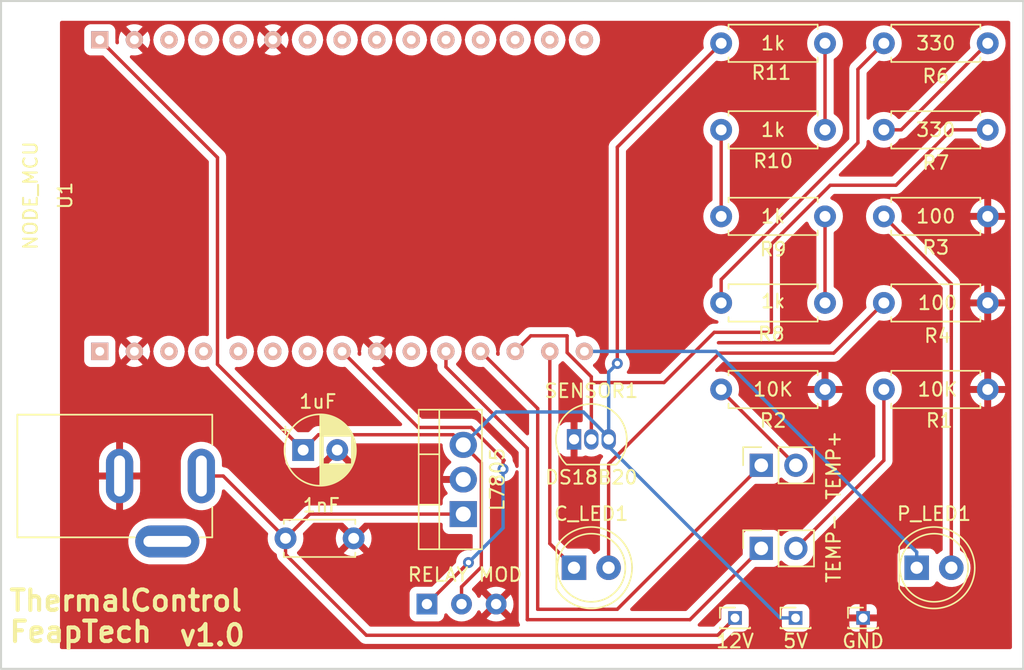
<source format=kicad_pcb>
(kicad_pcb (version 20211014) (generator pcbnew)
  (layers (0 "F.Cu" signal) (31 "B.Cu" signal) (34 "B.Paste" user) (35 "F.Paste" user) (36 "B.SilkS" user "B.Silkscreen") (37 "F.SilkS" user "F.Silkscreen") (38 "B.Mask" user) (39 "F.Mask" user) (44 "Edge.Cuts" user))
  (net 0 "")
  (net 21 "Net-(BTN1-Pad1)")
  (net 22 "Net-(BTN1-Pad2)")
  (net 23 "Net-(BTN2-Pad1)")
  (net 24 "Net-(BTN2-Pad2)")
  (net 25 "Net-(C1-Pad1)")
  (net 26 "GND")
  (net 27 "Net-(C2-Pad1)")
  (net 28 "Net-(C_LED1-Pad1)")
  (net 29 "Net-(C_LED1-Pad2)")
  (net 30 "Net-(P_LED1-Pad2)")
  (net 31 "Net-(R6-Pad1)")
  (net 32 "Net-(R6-Pad2)")
  (net 33 "Net-(P_LED1-Pad1)")
  (net 34 "Net-(R7-Pad2)")
  (net 35 "Net-(R8-Pad2)")
  (net 36 "Net-(R10-Pad1)")
  (net 37 "Net-(U1-Pad23)")
  (net 38 "Net-(R10-Pad2)")
  (footprint "Resistor_THT:R_Axial_DIN0207_L6.3mm_D2.5mm_P7.62mm_Horizontal" (layer "F.Cu") (at 108.839 52.451)
    (fp_text reference "R10" (at 3.81 2.286) (layer "F.SilkS"))
    (fp_text value "1k" (at 3.81 0) (layer "F.SilkS"))
    (fp_line (start 0.54 1.04) (end 0.54 1.37) (layer "F.SilkS") (width 0.12))
    (fp_line (start 7.08 -1.37) (end 7.08 -1.04) (layer "F.SilkS") (width 0.12))
    (fp_line (start 0.54 -1.04) (end 0.54 -1.37) (layer "F.SilkS") (width 0.12))
    (fp_line (start 0.54 1.37) (end 7.08 1.37) (layer "F.SilkS") (width 0.12))
    (fp_line (start 7.08 1.37) (end 7.08 1.04) (layer "F.SilkS") (width 0.12))
    (fp_line (start 0.54 -1.37) (end 7.08 -1.37) (layer "F.SilkS") (width 0.12))
    (pad "1" thru_hole circle (at 0 0) (size 1.6 1.6) (drill 0.8) (layers *.Cu *.Mask) (net 36 "Net-(R10-Pad1)"))
    (pad "2" thru_hole oval (at 7.62 0) (size 1.6 1.6) (drill 0.8) (layers *.Cu *.Mask) (net 38 "Net-(R10-Pad2)"))
  )
  (footprint "Resistor_THT:R_Axial_DIN0207_L6.3mm_D2.5mm_P7.62mm_Horizontal" (layer "F.Cu") (at 108.839 71.501)
    (fp_text reference "R2" (at 3.81 2.286) (layer "F.SilkS"))
    (fp_text value "10K" (at 3.81 0) (layer "F.SilkS"))
    (fp_line (start 0.54 1.04) (end 0.54 1.37) (layer "F.SilkS") (width 0.12))
    (fp_line (start 0.54 1.37) (end 7.08 1.37) (layer "F.SilkS") (width 0.12))
    (fp_line (start 7.08 -1.37) (end 7.08 -1.04) (layer "F.SilkS") (width 0.12))
    (fp_line (start 0.54 -1.37) (end 7.08 -1.37) (layer "F.SilkS") (width 0.12))
    (fp_line (start 7.08 1.37) (end 7.08 1.04) (layer "F.SilkS") (width 0.12))
    (fp_line (start 0.54 -1.04) (end 0.54 -1.37) (layer "F.SilkS") (width 0.12))
    (pad "1" thru_hole circle (at 0 0) (size 1.6 1.6) (drill 0.8) (layers *.Cu *.Mask) (net 22 "Net-(BTN1-Pad2)"))
    (pad "2" thru_hole oval (at 7.62 0) (size 1.6 1.6) (drill 0.8) (layers *.Cu *.Mask) (net 26 "GND"))
  )
  (footprint "Resistor_THT:R_Axial_DIN0207_L6.3mm_D2.5mm_P7.62mm_Horizontal" (layer "F.Cu") (at 120.777 71.501)
    (fp_text reference "R1" (at 4.064 2.286) (layer "F.SilkS"))
    (fp_text value "10K" (at 3.937 0) (layer "F.SilkS"))
    (fp_line (start 0.54 1.04) (end 0.54 1.37) (layer "F.SilkS") (width 0.12))
    (fp_line (start 7.08 1.37) (end 7.08 1.04) (layer "F.SilkS") (width 0.12))
    (fp_line (start 0.54 -1.37) (end 7.08 -1.37) (layer "F.SilkS") (width 0.12))
    (fp_line (start 0.54 -1.04) (end 0.54 -1.37) (layer "F.SilkS") (width 0.12))
    (fp_line (start 7.08 -1.37) (end 7.08 -1.04) (layer "F.SilkS") (width 0.12))
    (fp_line (start 0.54 1.37) (end 7.08 1.37) (layer "F.SilkS") (width 0.12))
    (pad "1" thru_hole circle (at 0 0) (size 1.6 1.6) (drill 0.8) (layers *.Cu *.Mask) (net 24 "Net-(BTN2-Pad2)"))
    (pad "2" thru_hole oval (at 7.62 0) (size 1.6 1.6) (drill 0.8) (layers *.Cu *.Mask) (net 26 "GND"))
  )
  (footprint "Capacitor_THT:CP_Radial_D5.0mm_P2.50mm" (layer "F.Cu") (at 78.169888 75.946)
    (fp_text reference "C1" hide)
    (fp_text value "1uF" (at 1.078112 -3.556) (layer "F.SilkS"))
    (fp_line (start 3.411 -1.443) (end 3.411 -1.04) (layer "F.SilkS") (width 0.12))
    (fp_line (start 2.371 1.04) (end 2.371 2.329) (layer "F.SilkS") (width 0.12))
    (fp_line (start -1.304775 -1.725) (end -1.304775 -1.225) (layer "F.SilkS") (width 0.12))
    (fp_line (start 1.69 1.04) (end 1.69 2.543) (layer "F.SilkS") (width 0.12))
    (fp_line (start 3.451 -1.383) (end 3.451 -1.04) (layer "F.SilkS") (width 0.12))
    (fp_line (start 2.571 -2.224) (end 2.571 -1.04) (layer "F.SilkS") (width 0.12))
    (fp_line (start 2.251 1.04) (end 2.251 2.382) (layer "F.SilkS") (width 0.12))
    (fp_line (start 3.171 1.04) (end 3.171 1.743) (layer "F.SilkS") (width 0.12))
    (fp_line (start 1.45 -2.573) (end 1.45 2.573) (layer "F.SilkS") (width 0.12))
    (fp_line (start 2.331 -2.348) (end 2.331 -1.04) (layer "F.SilkS") (width 0.12))
    (fp_line (start 1.65 -2.55) (end 1.65 -1.04) (layer "F.SilkS") (width 0.12))
    (fp_line (start 2.971 1.04) (end 2.971 1.937) (layer "F.SilkS") (width 0.12))
    (fp_line (start 3.011 -1.901) (end 3.011 -1.04) (layer "F.SilkS") (width 0.12))
    (fp_line (start 3.571 -1.178) (end 3.571 1.178) (layer "F.SilkS") (width 0.12))
    (fp_line (start 1.89 1.04) (end 1.89 2.501) (layer "F.SilkS") (width 0.12))
    (fp_line (start 3.651 -1.011) (end 3.651 1.011) (layer "F.SilkS") (width 0.12))
    (fp_line (start 2.011 1.04) (end 2.011 2.468) (layer "F.SilkS") (width 0.12))
    (fp_line (start 1.81 1.04) (end 1.81 2.52) (layer "F.SilkS") (width 0.12))
    (fp_line (start 3.851 -0.284) (end 3.851 0.284) (layer "F.SilkS") (width 0.12))
    (fp_line (start 1.89 -2.501) (end 1.89 -1.04) (layer "F.SilkS") (width 0.12))
    (fp_line (start 3.451 1.04) (end 3.451 1.383) (layer "F.SilkS") (width 0.12))
    (fp_line (start 2.691 -2.149) (end 2.691 -1.04) (layer "F.SilkS") (width 0.12))
    (fp_line (start 2.851 -2.035) (end 2.851 -1.04) (layer "F.SilkS") (width 0.12))
    (fp_line (start 1.77 -2.528) (end 1.77 -1.04) (layer "F.SilkS") (width 0.12))
    (fp_line (start 3.171 -1.743) (end 3.171 -1.04) (layer "F.SilkS") (width 0.12))
    (fp_line (start 2.371 -2.329) (end 2.371 -1.04) (layer "F.SilkS") (width 0.12))
    (fp_line (start 3.371 -1.5) (end 3.371 -1.04) (layer "F.SilkS") (width 0.12))
    (fp_line (start 3.251 -1.653) (end 3.251 -1.04) (layer "F.SilkS") (width 0.12))
    (fp_line (start 3.331 -1.554) (end 3.331 -1.04) (layer "F.SilkS") (width 0.12))
    (fp_line (start 3.531 -1.251) (end 3.531 -1.04) (layer "F.SilkS") (width 0.12))
    (fp_line (start 2.251 -2.382) (end 2.251 -1.04) (layer "F.SilkS") (width 0.12))
    (fp_line (start 2.491 -2.268) (end 2.491 -1.04) (layer "F.SilkS") (width 0.12))
    (fp_line (start 2.931 1.04) (end 2.931 1.971) (layer "F.SilkS") (width 0.12))
    (fp_line (start 2.131 1.04) (end 2.131 2.428) (layer "F.SilkS") (width 0.12))
    (fp_line (start 3.491 -1.319) (end 3.491 -1.04) (layer "F.SilkS") (width 0.12))
    (fp_line (start 1.29 -2.58) (end 1.29 2.58) (layer "F.SilkS") (width 0.12))
    (fp_line (start 3.091 1.04) (end 3.091 1.826) (layer "F.SilkS") (width 0.12))
    (fp_line (start 2.691 1.04) (end 2.691 2.149) (layer "F.SilkS") (width 0.12))
    (fp_line (start 2.571 1.04) (end 2.571 2.224) (layer "F.SilkS") (width 0.12))
    (fp_line (start 3.611 -1.098) (end 3.611 1.098) (layer "F.SilkS") (width 0.12))
    (fp_line (start 1.971 1.04) (end 1.971 2.48) (layer "F.SilkS") (width 0.12))
    (fp_line (start 2.611 -2.2) (end 2.611 -1.04) (layer "F.SilkS") (width 0.12))
    (fp_line (start 3.531 1.04) (end 3.531 1.251) (layer "F.SilkS") (width 0.12))
    (fp_line (start 2.451 1.04) (end 2.451 2.29) (layer "F.SilkS") (width 0.12))
    (fp_line (start 2.131 -2.428) (end 2.131 -1.04) (layer "F.SilkS") (width 0.12))
    (fp_line (start 1.85 1.04) (end 1.85 2.511) (layer "F.SilkS") (width 0.12))
    (fp_line (start 3.811 -0.518) (end 3.811 0.518) (layer "F.SilkS") (width 0.12))
    (fp_line (start 1.93 1.04) (end 1.93 2.491) (layer "F.SilkS") (width 0.12))
    (fp_line (start 2.611 1.04) (end 2.611 2.2) (layer "F.SilkS") (width 0.12))
    (fp_line (start 1.57 1.04) (end 1.57 2.561) (layer "F.SilkS") (width 0.12))
    (fp_line (start 3.731 -0.805) (end 3.731 0.805) (layer "F.SilkS") (width 0.12))
    (fp_line (start 3.211 1.04) (end 3.211 1.699) (layer "F.SilkS") (width 0.12))
    (fp_line (start 3.011 1.04) (end 3.011 1.901) (layer "F.SilkS") (width 0.12))
    (fp_line (start 3.771 -0.677) (end 3.771 0.677) (layer "F.SilkS") (width 0.12))
    (fp_line (start 1.971 -2.48) (end 1.971 -1.04) (layer "F.SilkS") (width 0.12))
    (fp_line (start 2.811 -2.065) (end 2.811 -1.04) (layer "F.SilkS") (width 0.12))
    (fp_line (start 3.691 -0.915) (end 3.691 0.915) (layer "F.SilkS") (width 0.12))
    (fp_line (start 3.211 -1.699) (end 3.211 -1.04) (layer "F.SilkS") (width 0.12))
    (fp_line (start 2.651 -2.175) (end 2.651 -1.04) (layer "F.SilkS") (width 0.12))
    (fp_line (start -1.554775 -1.475) (end -1.054775 -1.475) (layer "F.SilkS") (width 0.12))
    (fp_line (start 2.491 1.04) (end 2.491 2.268) (layer "F.SilkS") (width 0.12))
    (fp_line (start 1.49 1.04) (end 1.49 2.569) (layer "F.SilkS") (width 0.12))
    (fp_line (start 2.851 1.04) (end 2.851 2.035) (layer "F.SilkS") (width 0.12))
    (fp_line (start 2.171 1.04) (end 2.171 2.414) (layer "F.SilkS") (width 0.12))
    (fp_line (start 1.41 -2.576) (end 1.41 2.576) (layer "F.SilkS") (width 0.12))
    (fp_line (start 2.011 -2.468) (end 2.011 -1.04) (layer "F.SilkS") (width 0.12))
    (fp_line (start 2.411 -2.31) (end 2.411 -1.04) (layer "F.SilkS") (width 0.12))
    (fp_line (start 2.051 -2.455) (end 2.051 -1.04) (layer "F.SilkS") (width 0.12))
    (fp_line (start 1.61 1.04) (end 1.61 2.556) (layer "F.SilkS") (width 0.12))
    (fp_line (start 3.331 1.04) (end 3.331 1.554) (layer "F.SilkS") (width 0.12))
    (fp_line (start 1.25 -2.58) (end 1.25 2.58) (layer "F.SilkS") (width 0.12))
    (fp_line (start 2.171 -2.414) (end 2.171 -1.04) (layer "F.SilkS") (width 0.12))
    (fp_line (start 2.931 -1.971) (end 2.931 -1.04) (layer "F.SilkS") (width 0.12))
    (fp_line (start 3.371 1.04) (end 3.371 1.5) (layer "F.SilkS") (width 0.12))
    (fp_line (start 1.53 -2.565) (end 1.53 -1.04) (layer "F.SilkS") (width 0.12))
    (fp_line (start 1.57 -2.561) (end 1.57 -1.04) (layer "F.SilkS") (width 0.12))
    (fp_line (start 2.291 1.04) (end 2.291 2.365) (layer "F.SilkS") (width 0.12))
    (fp_line (start 2.091 1.04) (end 2.091 2.442) (layer "F.SilkS") (width 0.12))
    (fp_line (start 2.331 1.04) (end 2.331 2.348) (layer "F.SilkS") (width 0.12))
    (fp_line (start 2.051 1.04) (end 2.051 2.455) (layer "F.SilkS") (width 0.12))
    (fp_line (start 3.291 1.04) (end 3.291 1.605) (layer "F.SilkS") (width 0.12))
    (fp_line (start 2.771 1.04) (end 2.771 2.095) (layer "F.SilkS") (width 0.12))
    (fp_line (start 2.451 -2.29) (end 2.451 -1.04) (layer "F.SilkS") (width 0.12))
    (fp_line (start 1.77 1.04) (end 1.77 2.528) (layer "F.SilkS") (width 0.12))
    (fp_line (start 3.051 -1.864) (end 3.051 -1.04) (layer "F.SilkS") (width 0.12))
    (fp_line (start 1.69 -2.543) (end 1.69 -1.04) (layer "F.SilkS") (width 0.12))
    (fp_line (start 3.131 -1.785) (end 3.131 -1.04) (layer "F.SilkS") (width 0.12))
    (fp_line (start 2.771 -2.095) (end 2.771 -1.04) (layer "F.SilkS") (width 0.12))
    (fp_line (start 2.211 -2.398) (end 2.211 -1.04) (layer "F.SilkS") (width 0.12))
    (fp_line (start 2.891 1.04) (end 2.891 2.004) (layer "F.SilkS") (width 0.12))
    (fp_line (start 1.73 1.04) (end 1.73 2.536) (layer "F.SilkS") (width 0.12))
    (fp_line (start 2.091 -2.442) (end 2.091 -1.04) (layer "F.SilkS") (width 0.12))
    (fp_line (start 2.411 1.04) (end 2.411 2.31) (layer "F.SilkS") (width 0.12))
    (fp_line (start 1.37 -2.578) (end 1.37 2.578) (layer "F.SilkS") (width 0.12))
    (fp_line (start 1.53 1.04) (end 1.53 2.565) (layer "F.SilkS") (width 0.12))
    (fp_line (start 1.85 -2.511) (end 1.85 -1.04) (layer "F.SilkS") (width 0.12))
    (fp_line (start 2.891 -2.004) (end 2.891 -1.04) (layer "F.SilkS") (width 0.12))
    (fp_line (start 3.411 1.04) (end 3.411 1.443) (layer "F.SilkS") (width 0.12))
    (fp_line (start 2.211 1.04) (end 2.211 2.398) (layer "F.SilkS") (width 0.12))
    (fp_line (start 3.491 1.04) (end 3.491 1.319) (layer "F.SilkS") (width 0.12))
    (fp_line (start 1.81 -2.52) (end 1.81 -1.04) (layer "F.SilkS") (width 0.12))
    (fp_line (start 3.051 1.04) (end 3.051 1.864) (layer "F.SilkS") (width 0.12))
    (fp_line (start 1.49 -2.569) (end 1.49 -1.04) (layer "F.SilkS") (width 0.12))
    (fp_line (start 3.131 1.04) (end 3.131 1.785) (layer "F.SilkS") (width 0.12))
    (fp_line (start 3.251 1.04) (end 3.251 1.653) (layer "F.SilkS") (width 0.12))
    (fp_line (start 1.73 -2.536) (end 1.73 -1.04) (layer "F.SilkS") (width 0.12))
    (fp_line (start 2.291 -2.365) (end 2.291 -1.04) (layer "F.SilkS") (width 0.12))
    (fp_line (start 1.93 -2.491) (end 1.93 -1.04) (layer "F.SilkS") (width 0.12))
    (fp_line (start 2.811 1.04) (end 2.811 2.065) (layer "F.SilkS") (width 0.12))
    (fp_line (start 2.651 1.04) (end 2.651 2.175) (layer "F.SilkS") (width 0.12))
    (fp_line (start 1.65 1.04) (end 1.65 2.55) (layer "F.SilkS") (width 0.12))
    (fp_line (start 2.531 -2.247) (end 2.531 -1.04) (layer "F.SilkS") (width 0.12))
    (fp_line (start 2.971 -1.937) (end 2.971 -1.04) (layer "F.SilkS") (width 0.12))
    (fp_line (start 2.731 -2.122) (end 2.731 -1.04) (layer "F.SilkS") (width 0.12))
    (fp_line (start 1.61 -2.556) (end 1.61 -1.04) (layer "F.SilkS") (width 0.12))
    (fp_line (start 3.291 -1.605) (end 3.291 -1.04) (layer "F.SilkS") (width 0.12))
    (fp_line (start 2.731 1.04) (end 2.731 2.122) (layer "F.SilkS") (width 0.12))
    (fp_line (start 3.091 -1.826) (end 3.091 -1.04) (layer "F.SilkS") (width 0.12))
    (fp_line (start 1.33 -2.579) (end 1.33 2.579) (layer "F.SilkS") (width 0.12))
    (fp_line (start 2.531 1.04) (end 2.531 2.247) (layer "F.SilkS") (width 0.12))
    (fp_circle (center 1.25 0) (end 3.87 0) (layer "F.SilkS") (width 0.12) (fill none))
    (pad "1" thru_hole rect (at 0 0) (size 1.6 1.6) (drill 0.8) (layers *.Cu *.Mask) (net 25 "Net-(C1-Pad1)"))
    (pad "2" thru_hole circle (at 2.5 0) (size 1.6 1.6) (drill 0.8) (layers *.Cu *.Mask) (net 26 "GND"))
  )
  (footprint "Connector_PinHeader_1.27mm:PinHeader_1x01_P1.27mm_Vertical" (layer "F.Cu") (at 119.253 88.265)
    (fp_text reference "J2" hide)
    (fp_text value "GND" (at 0 1.695) (layer "F.SilkS"))
    (fp_line (start -1.11 0) (end -1.11 -0.76) (layer "F.SilkS") (width 0.12))
    (fp_line (start 1.11 0.76) (end 1.11 0.695) (layer "F.SilkS") (width 0.12))
    (fp_line (start -1.11 -0.76) (end 0 -0.76) (layer "F.SilkS") (width 0.12))
    (fp_line (start 0.563471 0.76) (end 1.11 0.76) (layer "F.SilkS") (width 0.12))
    (fp_line (start -1.11 0.76) (end -0.563471 0.76) (layer "F.SilkS") (width 0.12))
    (fp_line (start -1.11 0.76) (end 1.11 0.76) (layer "F.SilkS") (width 0.12))
    (fp_line (start -1.11 0.76) (end -1.11 0.695) (layer "F.SilkS") (width 0.12))
    (pad "1" thru_hole rect (at 0 0) (size 1 1) (drill 0.65) (layers *.Cu *.Mask) (net 26 "GND"))
  )
  (footprint "Connector_PinSocket_2.54mm:PinSocket_1x02_P2.54mm_Vertical" (layer "F.Cu") (at 111.78 77.064 90)
    (fp_text reference "BTN1" hide)
    (fp_text value "TEMP+" (at 0 5.31 90) (layer "F.SilkS"))
    (fp_line (start -1.33 3.87) (end 1.33 3.87) (layer "F.SilkS") (width 0.12))
    (fp_line (start -1.33 1.27) (end -1.33 3.87) (layer "F.SilkS") (width 0.12))
    (fp_line (start 1.33 1.27) (end 1.33 3.87) (layer "F.SilkS") (width 0.12))
    (fp_line (start 0 -1.33) (end 1.33 -1.33) (layer "F.SilkS") (width 0.12))
    (fp_line (start -1.33 1.27) (end 1.33 1.27) (layer "F.SilkS") (width 0.12))
    (fp_line (start 1.33 -1.33) (end 1.33 0) (layer "F.SilkS") (width 0.12))
    (pad "1" thru_hole rect (at 0 0 90) (size 1.7 1.7) (drill 1) (layers *.Cu *.Mask) (net 21 "Net-(BTN1-Pad1)"))
    (pad "2" thru_hole oval (at 0 2.54 90) (size 1.7 1.7) (drill 1) (layers *.Cu *.Mask) (net 22 "Net-(BTN1-Pad2)"))
  )
  (footprint "Connector_PinHeader_1.27mm:PinHeader_1x01_P1.27mm_Vertical" (layer "F.Cu") (at 114.3 88.265)
    (fp_text reference "J4" hide)
    (fp_text value "5V" (at 0 1.695) (layer "F.SilkS"))
    (fp_line (start -1.11 0.76) (end -0.563471 0.76) (layer "F.SilkS") (width 0.12))
    (fp_line (start -1.11 0) (end -1.11 -0.76) (layer "F.SilkS") (width 0.12))
    (fp_line (start -1.11 -0.76) (end 0 -0.76) (layer "F.SilkS") (width 0.12))
    (fp_line (start 0.563471 0.76) (end 1.11 0.76) (layer "F.SilkS") (width 0.12))
    (fp_line (start -1.11 0.76) (end -1.11 0.695) (layer "F.SilkS") (width 0.12))
    (fp_line (start 1.11 0.76) (end 1.11 0.695) (layer "F.SilkS") (width 0.12))
    (fp_line (start -1.11 0.76) (end 1.11 0.76) (layer "F.SilkS") (width 0.12))
    (pad "1" thru_hole rect (at 0 0) (size 1 1) (drill 0.65) (layers *.Cu *.Mask) (net 25 "Net-(C1-Pad1)"))
  )
  (footprint "Resistor_THT:R_Axial_DIN0207_L6.3mm_D2.5mm_P7.62mm_Horizontal" (layer "F.Cu") (at 108.839 65.151)
    (fp_text reference "R8" (at 3.683 2.286) (layer "F.SilkS"))
    (fp_text value "1k" (at 3.81 -0.127) (layer "F.SilkS"))
    (fp_line (start 0.54 -1.37) (end 7.08 -1.37) (layer "F.SilkS") (width 0.12))
    (fp_line (start 7.08 -1.37) (end 7.08 -1.04) (layer "F.SilkS") (width 0.12))
    (fp_line (start 0.54 1.37) (end 7.08 1.37) (layer "F.SilkS") (width 0.12))
    (fp_line (start 7.08 1.37) (end 7.08 1.04) (layer "F.SilkS") (width 0.12))
    (fp_line (start 0.54 -1.04) (end 0.54 -1.37) (layer "F.SilkS") (width 0.12))
    (fp_line (start 0.54 1.04) (end 0.54 1.37) (layer "F.SilkS") (width 0.12))
    (pad "1" thru_hole circle (at 0 0) (size 1.6 1.6) (drill 0.8) (layers *.Cu *.Mask) (net 31 "Net-(R6-Pad1)"))
    (pad "2" thru_hole oval (at 7.62 0) (size 1.6 1.6) (drill 0.8) (layers *.Cu *.Mask) (net 35 "Net-(R8-Pad2)"))
  )
  (footprint "Connector_PinHeader_1.27mm:PinHeader_1x01_P1.27mm_Vertical" (layer "F.Cu") (at 109.855 88.265)
    (fp_text reference "J1" hide)
    (fp_text value "12V" (at 0 1.695) (layer "F.SilkS"))
    (fp_line (start -1.11 0.76) (end -0.563471 0.76) (layer "F.SilkS") (width 0.12))
    (fp_line (start -1.11 0) (end -1.11 -0.76) (layer "F.SilkS") (width 0.12))
    (fp_line (start -1.11 -0.76) (end 0 -0.76) (layer "F.SilkS") (width 0.12))
    (fp_line (start 0.563471 0.76) (end 1.11 0.76) (layer "F.SilkS") (width 0.12))
    (fp_line (start 1.11 0.76) (end 1.11 0.695) (layer "F.SilkS") (width 0.12))
    (fp_line (start -1.11 0.76) (end 1.11 0.76) (layer "F.SilkS") (width 0.12))
    (fp_line (start -1.11 0.76) (end -1.11 0.695) (layer "F.SilkS") (width 0.12))
    (pad "1" thru_hole rect (at 0 0) (size 1 1) (drill 0.65) (layers *.Cu *.Mask) (net 27 "Net-(C2-Pad1)"))
  )
  (footprint "Connector:RELAY_MODULE_SOCKET_1CH" (layer "F.Cu") (at 89.789 87.249)
    (fp_text reference "U2" hide)
    (fp_text value "RELAY MOD" (at 0.254 -2.159 unlocked) (layer "F.SilkS"))
    (pad "1" thru_hole rect (at -2.54 0) (size 1.524 1.524) (drill 0.762) (layers *.Cu *.Mask) (net 37 "Net-(U1-Pad23)"))
    (pad "2" thru_hole circle (at 0 0) (size 1.524 1.524) (drill 0.762) (layers *.Cu *.Mask) (net 25 "Net-(C1-Pad1)"))
    (pad "3" thru_hole circle (at 2.54 0) (size 1.524 1.524) (drill 0.762) (layers *.Cu *.Mask) (net 26 "GND"))
  )
  (footprint "Resistor_THT:R_Axial_DIN0207_L6.3mm_D2.5mm_P7.62mm_Horizontal" (layer "F.Cu") (at 108.839 46.101)
    (fp_text reference "R11" (at 3.683 2.159) (layer "F.SilkS"))
    (fp_text value "1k" (at 3.81 0) (layer "F.SilkS"))
    (fp_line (start 0.54 -1.04) (end 0.54 -1.37) (layer "F.SilkS") (width 0.12))
    (fp_line (start 7.08 -1.37) (end 7.08 -1.04) (layer "F.SilkS") (width 0.12))
    (fp_line (start 0.54 -1.37) (end 7.08 -1.37) (layer "F.SilkS") (width 0.12))
    (fp_line (start 0.54 1.04) (end 0.54 1.37) (layer "F.SilkS") (width 0.12))
    (fp_line (start 0.54 1.37) (end 7.08 1.37) (layer "F.SilkS") (width 0.12))
    (fp_line (start 7.08 1.37) (end 7.08 1.04) (layer "F.SilkS") (width 0.12))
    (pad "1" thru_hole circle (at 0 0) (size 1.6 1.6) (drill 0.8) (layers *.Cu *.Mask) (net 25 "Net-(C1-Pad1)"))
    (pad "2" thru_hole oval (at 7.62 0) (size 1.6 1.6) (drill 0.8) (layers *.Cu *.Mask) (net 38 "Net-(R10-Pad2)"))
  )
  (footprint "Resistor_THT:R_Axial_DIN0207_L6.3mm_D2.5mm_P7.62mm_Horizontal" (layer "F.Cu") (at 120.777 65.151)
    (fp_text reference "R4" (at 3.937 2.413) (layer "F.SilkS"))
    (fp_text value "100" (at 3.937 0) (layer "F.SilkS"))
    (fp_line (start 0.54 1.37) (end 7.08 1.37) (layer "F.SilkS") (width 0.12))
    (fp_line (start 0.54 -1.04) (end 0.54 -1.37) (layer "F.SilkS") (width 0.12))
    (fp_line (start 0.54 1.04) (end 0.54 1.37) (layer "F.SilkS") (width 0.12))
    (fp_line (start 7.08 -1.37) (end 7.08 -1.04) (layer "F.SilkS") (width 0.12))
    (fp_line (start 7.08 1.37) (end 7.08 1.04) (layer "F.SilkS") (width 0.12))
    (fp_line (start 0.54 -1.37) (end 7.08 -1.37) (layer "F.SilkS") (width 0.12))
    (pad "1" thru_hole circle (at 0 0) (size 1.6 1.6) (drill 0.8) (layers *.Cu *.Mask) (net 29 "Net-(C_LED1-Pad2)"))
    (pad "2" thru_hole oval (at 7.62 0) (size 1.6 1.6) (drill 0.8) (layers *.Cu *.Mask) (net 26 "GND"))
  )
  (footprint "LED_THT:LED_D5.0mm" (layer "F.Cu") (at 98.039 84.582)
    (fp_text reference "C_LED1" (at 1.27 -3.96) (layer "F.SilkS"))
    (fp_text value "LED")
    (fp_line (start -1.29 -1.545) (end -1.29 1.545) (layer "F.SilkS") (width 0.12))
    (fp_arc (start -1.29 -1.54483) (mid 2.072002 -2.880433) (end 4.26 0.000462) (layer "F.SilkS") (width 0.12))
    (fp_arc (start 4.26 -0.000462) (mid 2.072002 2.880433) (end -1.29 1.54483) (layer "F.SilkS") (width 0.12))
    (fp_circle (center 1.27 0) (end 3.77 0) (layer "F.SilkS") (width 0.12) (fill none))
    (pad "1" thru_hole rect (at 0 0) (size 1.8 1.8) (drill 0.9) (layers *.Cu *.Mask) (net 28 "Net-(C_LED1-Pad1)"))
    (pad "2" thru_hole circle (at 2.54 0) (size 1.8 1.8) (drill 0.9) (layers *.Cu *.Mask) (net 29 "Net-(C_LED1-Pad2)"))
  )
  (footprint "Connector_PinSocket_2.54mm:PinSocket_1x02_P2.54mm_Vertical" (layer "F.Cu") (at 111.78 83.16 90)
    (fp_text reference "BTN2" hide)
    (fp_text value "TEMP-" (at 0 5.31 90) (layer "F.SilkS"))
    (fp_line (start -1.33 3.87) (end 1.33 3.87) (layer "F.SilkS") (width 0.12))
    (fp_line (start 1.33 -1.33) (end 1.33 0) (layer "F.SilkS") (width 0.12))
    (fp_line (start 0 -1.33) (end 1.33 -1.33) (layer "F.SilkS") (width 0.12))
    (fp_line (start -1.33 1.27) (end 1.33 1.27) (layer "F.SilkS") (width 0.12))
    (fp_line (start -1.33 1.27) (end -1.33 3.87) (layer "F.SilkS") (width 0.12))
    (fp_line (start 1.33 1.27) (end 1.33 3.87) (layer "F.SilkS") (width 0.12))
    (pad "1" thru_hole rect (at 0 0 90) (size 1.7 1.7) (drill 1) (layers *.Cu *.Mask) (net 23 "Net-(BTN2-Pad1)"))
    (pad "2" thru_hole oval (at 0 2.54 90) (size 1.7 1.7) (drill 1) (layers *.Cu *.Mask) (net 24 "Net-(BTN2-Pad2)"))
  )
  (footprint "Connector:DC-005" (layer "F.Cu") (at 68.199 77.851)
    (fp_text reference "J3" hide)
    (fp_text value "DC IN")
    (fp_line (start -11 -4.5) (end 3.3 -4.5) (layer "F.SilkS") (width 0.127))
    (fp_line (start 3.3 2.3) (end 3.3 4.5) (layer "F.SilkS") (width 0.127))
    (fp_line (start 3.3 -4.5) (end 3.3 -2.3) (layer "F.SilkS") (width 0.127))
    (fp_line (start -2.4 4.5) (end -11 4.5) (layer "F.SilkS") (width 0.127))
    (fp_line (start -11 4.5) (end -11 -4.5) (layer "F.SilkS") (width 0.127))
    (fp_line (start 3.3 4.5) (end 2.4 4.5) (layer "F.SilkS") (width 0.127))
    (pad "2" thru_hole oval (at 0 4.8) (size 4.7 2.35) (drill oval 3.5 0.8) (layers *.Cu *.Mask))
    (pad "3" thru_hole oval (at -3.5 0) (size 2 4) (drill oval 0.8 3) (layers *.Cu *.Mask) (net 26 "GND"))
    (pad "4" thru_hole oval (at 2.5 0) (size 2 4) (drill oval 0.8 3) (layers *.Cu *.Mask) (net 27 "Net-(C2-Pad1)"))
  )
  (footprint "Package_TO_SOT_THT:TO-92_Inline" (layer "F.Cu") (at 98.044 75.163)
    (fp_text reference "SENSOR1" (at 1.27 -3.56) (layer "F.SilkS"))
    (fp_text value "DS18B20" (at 1.27 2.79) (layer "F.SilkS"))
    (fp_line (start -0.53 1.85) (end 3.07 1.85) (layer "F.SilkS") (width 0.12))
    (fp_arc (start -0.568478 1.838478) (mid -1.132087 -0.994977) (end 1.27 -2.6) (layer "F.SilkS") (width 0.12))
    (fp_arc (start 1.27 -2.6) (mid 3.672087 -0.994977) (end 3.108478 1.838478) (layer "F.SilkS") (width 0.12))
    (pad "1" thru_hole rect (at 0 0) (size 1.05 1.5) (drill 0.75) (layers *.Cu *.Mask) (net 26 "GND"))
    (pad "2" thru_hole oval (at 1.27 0) (size 1.05 1.5) (drill 0.75) (layers *.Cu *.Mask) (net 34 "Net-(R7-Pad2)"))
    (pad "3" thru_hole oval (at 2.54 0) (size 1.05 1.5) (drill 0.75) (layers *.Cu *.Mask) (net 25 "Net-(C1-Pad1)"))
  )
  (footprint "Resistor_THT:R_Axial_DIN0207_L6.3mm_D2.5mm_P7.62mm_Horizontal" (layer "F.Cu") (at 120.777 46.101)
    (fp_text reference "R6" (at 3.81 2.413) (layer "F.SilkS"))
    (fp_text value "330" (at 3.81 0) (layer "F.SilkS"))
    (fp_line (start 0.54 1.04) (end 0.54 1.37) (layer "F.SilkS") (width 0.12))
    (fp_line (start 0.54 1.37) (end 7.08 1.37) (layer "F.SilkS") (width 0.12))
    (fp_line (start 0.54 -1.37) (end 7.08 -1.37) (layer "F.SilkS") (width 0.12))
    (fp_line (start 0.54 -1.04) (end 0.54 -1.37) (layer "F.SilkS") (width 0.12))
    (fp_line (start 7.08 -1.37) (end 7.08 -1.04) (layer "F.SilkS") (width 0.12))
    (fp_line (start 7.08 1.37) (end 7.08 1.04) (layer "F.SilkS") (width 0.12))
    (pad "1" thru_hole circle (at 0 0) (size 1.6 1.6) (drill 0.8) (layers *.Cu *.Mask) (net 31 "Net-(R6-Pad1)"))
    (pad "2" thru_hole oval (at 7.62 0) (size 1.6 1.6) (drill 0.8) (layers *.Cu *.Mask) (net 32 "Net-(R6-Pad2)"))
  )
  (footprint "Resistor_THT:R_Axial_DIN0207_L6.3mm_D2.5mm_P7.62mm_Horizontal" (layer "F.Cu") (at 108.839 58.801)
    (fp_text reference "R9" (at 3.81 2.413) (layer "F.SilkS"))
    (fp_text value "1k" (at 3.81 0) (layer "F.SilkS"))
    (fp_line (start 0.54 -1.37) (end 7.08 -1.37) (layer "F.SilkS") (width 0.12))
    (fp_line (start 7.08 1.37) (end 7.08 1.04) (layer "F.SilkS") (width 0.12))
    (fp_line (start 0.54 -1.04) (end 0.54 -1.37) (layer "F.SilkS") (width 0.12))
    (fp_line (start 0.54 1.04) (end 0.54 1.37) (layer "F.SilkS") (width 0.12))
    (fp_line (start 7.08 -1.37) (end 7.08 -1.04) (layer "F.SilkS") (width 0.12))
    (fp_line (start 0.54 1.37) (end 7.08 1.37) (layer "F.SilkS") (width 0.12))
    (pad "1" thru_hole circle (at 0 0) (size 1.6 1.6) (drill 0.8) (layers *.Cu *.Mask) (net 36 "Net-(R10-Pad1)"))
    (pad "2" thru_hole oval (at 7.62 0) (size 1.6 1.6) (drill 0.8) (layers *.Cu *.Mask) (net 35 "Net-(R8-Pad2)"))
  )
  (footprint "Capacitor_THT:C_Disc_D5.0mm_W2.5mm_P5.00mm" (layer "F.Cu") (at 76.875 82.423)
    (fp_text reference "C2" hide)
    (fp_text value "1nF" (at 2.627 -2.413) (layer "F.SilkS"))
    (fp_line (start -0.12 -1.37) (end 5.12 -1.37) (layer "F.SilkS") (width 0.12))
    (fp_line (start -0.12 1.37) (end 5.12 1.37) (layer "F.SilkS") (width 0.12))
    (fp_line (start 5.12 1.055) (end 5.12 1.37) (layer "F.SilkS") (width 0.12))
    (fp_line (start 5.12 -1.37) (end 5.12 -1.055) (layer "F.SilkS") (width 0.12))
    (fp_line (start -0.12 1.055) (end -0.12 1.37) (layer "F.SilkS") (width 0.12))
    (fp_line (start -0.12 -1.37) (end -0.12 -1.055) (layer "F.SilkS") (width 0.12))
    (pad "1" thru_hole circle (at 0 0) (size 1.6 1.6) (drill 0.8) (layers *.Cu *.Mask) (net 27 "Net-(C2-Pad1)"))
    (pad "2" thru_hole circle (at 5 0) (size 1.6 1.6) (drill 0.8) (layers *.Cu *.Mask) (net 26 "GND"))
  )
  (footprint "LED_THT:LED_D5.0mm" (layer "F.Cu") (at 123.185 84.582)
    (fp_text reference "P_LED1" (at 1.27 -3.96) (layer "F.SilkS"))
    (fp_text value "LED")
    (fp_line (start -1.29 -1.545) (end -1.29 1.545) (layer "F.SilkS") (width 0.12))
    (fp_arc (start 4.26 -0.000462) (mid 2.072002 2.880433) (end -1.29 1.54483) (layer "F.SilkS") (width 0.12))
    (fp_arc (start -1.29 -1.54483) (mid 2.072002 -2.880433) (end 4.26 0.000462) (layer "F.SilkS") (width 0.12))
    (fp_circle (center 1.27 0) (end 3.77 0) (layer "F.SilkS") (width 0.12) (fill none))
    (pad "1" thru_hole rect (at 0 0) (size 1.8 1.8) (drill 0.9) (layers *.Cu *.Mask) (net 33 "Net-(P_LED1-Pad1)"))
    (pad "2" thru_hole circle (at 2.54 0) (size 1.8 1.8) (drill 0.9) (layers *.Cu *.Mask) (net 30 "Net-(P_LED1-Pad2)"))
  )
  (footprint "Package_TO_SOT_THT:TO-220-3_Vertical" (layer "F.Cu") (at 89.916 80.645 90)
    (fp_text reference "Vreg1" hide)
    (fp_text value "L7805" (at 2.54 2.5 90) (layer "F.SilkS"))
    (fp_line (start 7.66 -3.27) (end 7.66 1.371) (layer "F.SilkS") (width 0.12))
    (fp_line (start -2.58 -3.27) (end -2.58 1.371) (layer "F.SilkS") (width 0.12))
    (fp_line (start -2.58 -3.27) (end 7.66 -3.27) (layer "F.SilkS") (width 0.12))
    (fp_line (start -2.58 -1.76) (end 7.66 -1.76) (layer "F.SilkS") (width 0.12))
    (fp_line (start 4.391 -3.27) (end 4.391 -1.76) (layer "F.SilkS") (width 0.12))
    (fp_line (start -2.58 1.371) (end 7.66 1.371) (layer "F.SilkS") (width 0.12))
    (fp_line (start 0.69 -3.27) (end 0.69 -1.76) (layer "F.SilkS") (width 0.12))
    (pad "1" thru_hole rect (at 0 0 90) (size 1.905 2) (drill 1.1) (layers *.Cu *.Mask) (net 27 "Net-(C2-Pad1)"))
    (pad "2" thru_hole oval (at 2.54 0 90) (size 1.905 2) (drill 1.1) (layers *.Cu *.Mask) (net 26 "GND"))
    (pad "3" thru_hole oval (at 5.08 0 90) (size 1.905 2) (drill 1.1) (layers *.Cu *.Mask) (net 25 "Net-(C1-Pad1)"))
  )
  (footprint "Resistor_THT:R_Axial_DIN0207_L6.3mm_D2.5mm_P7.62mm_Horizontal" (layer "F.Cu") (at 120.777 58.801)
    (fp_text reference "R3" (at 3.81 2.286) (layer "F.SilkS"))
    (fp_text value "100" (at 3.81 0) (layer "F.SilkS"))
    (fp_line (start 0.54 1.04) (end 0.54 1.37) (layer "F.SilkS") (width 0.12))
    (fp_line (start 7.08 -1.37) (end 7.08 -1.04) (layer "F.SilkS") (width 0.12))
    (fp_line (start 0.54 1.37) (end 7.08 1.37) (layer "F.SilkS") (width 0.12))
    (fp_line (start 0.54 -1.37) (end 7.08 -1.37) (layer "F.SilkS") (width 0.12))
    (fp_line (start 7.08 1.37) (end 7.08 1.04) (layer "F.SilkS") (width 0.12))
    (fp_line (start 0.54 -1.04) (end 0.54 -1.37) (layer "F.SilkS") (width 0.12))
    (pad "1" thru_hole circle (at 0 0) (size 1.6 1.6) (drill 0.8) (layers *.Cu *.Mask) (net 30 "Net-(P_LED1-Pad2)"))
    (pad "2" thru_hole oval (at 7.62 0) (size 1.6 1.6) (drill 0.8) (layers *.Cu *.Mask) (net 26 "GND"))
  )
  (footprint "Resistor_THT:R_Axial_DIN0207_L6.3mm_D2.5mm_P7.62mm_Horizontal" (layer "F.Cu") (at 120.777 52.451)
    (fp_text reference "R7" (at 3.81 2.413) (layer "F.SilkS"))
    (fp_text value "330" (at 3.81 0) (layer "F.SilkS"))
    (fp_line (start 7.08 1.37) (end 7.08 1.04) (layer "F.SilkS") (width 0.12))
    (fp_line (start 7.08 -1.37) (end 7.08 -1.04) (layer "F.SilkS") (width 0.12))
    (fp_line (start 0.54 -1.37) (end 7.08 -1.37) (layer "F.SilkS") (width 0.12))
    (fp_line (start 0.54 1.37) (end 7.08 1.37) (layer "F.SilkS") (width 0.12))
    (fp_line (start 0.54 1.04) (end 0.54 1.37) (layer "F.SilkS") (width 0.12))
    (fp_line (start 0.54 -1.04) (end 0.54 -1.37) (layer "F.SilkS") (width 0.12))
    (pad "1" thru_hole circle (at 0 0) (size 1.6 1.6) (drill 0.8) (layers *.Cu *.Mask) (net 32 "Net-(R6-Pad2)"))
    (pad "2" thru_hole oval (at 7.62 0) (size 1.6 1.6) (drill 0.8) (layers *.Cu *.Mask) (net 34 "Net-(R7-Pad2)"))
  )
  (footprint "Connector:node_mcu_socket" (layer "F.Cu") (at 63.246 57.277 90)
    (fp_text reference "U1" (at 0 -2.54 90 unlocked) (layer "F.SilkS"))
    (fp_text value "NODE_MCU" (at 0 -5.08 90 unlocked) (layer "F.SilkS"))
    (pad "1" thru_hole rect (at 11.43 0 90) (size 1.27 1.27) (drill 0.65) (layers *.Cu *.Mask "B.SilkS") (net 25 "Net-(C1-Pad1)"))
    (pad "2" thru_hole circle (at 11.43 2.54 90) (size 1.27 1.27) (drill 0.65) (layers *.Cu *.Mask "B.SilkS") (net 26 "GND"))
    (pad "3" thru_hole circle (at 11.43 5.08 90) (size 1.27 1.27) (drill 0.65) (layers *.Cu *.Mask "B.SilkS"))
    (pad "4" thru_hole circle (at 11.43 7.62 90) (size 1.27 1.27) (drill 0.65) (layers *.Cu *.Mask "B.SilkS"))
    (pad "5" thru_hole circle (at 11.43 10.16 90) (size 1.27 1.27) (drill 0.65) (layers *.Cu *.Mask "B.SilkS"))
    (pad "6" thru_hole circle (at 11.43 12.7 90) (size 1.27 1.27) (drill 0.65) (layers *.Cu *.Mask "B.SilkS") (net 26 "GND"))
    (pad "7" thru_hole circle (at 11.43 15.24 90) (size 1.27 1.27) (drill 0.65) (layers *.Cu *.Mask "B.SilkS"))
    (pad "8" thru_hole circle (at 11.43 17.78 90) (size 1.27 1.27) (drill 0.65) (layers *.Cu *.Mask "B.SilkS"))
    (pad "9" thru_hole circle (at 11.43 20.32 90) (size 1.27 1.27) (drill 0.65) (layers *.Cu *.Mask "B.SilkS"))
    (pad "10" thru_hole circle (at 11.43 22.86 90) (size 1.27 1.27) (drill 0.65) (layers *.Cu *.Mask "B.SilkS"))
    (pad "11" thru_hole circle (at 11.43 25.4 90) (size 1.27 1.27) (drill 0.65) (layers *.Cu *.Mask "B.SilkS"))
    (pad "12" thru_hole circle (at 11.43 27.94 90) (size 1.27 1.27) (drill 0.65) (layers *.Cu *.Mask "B.SilkS"))
    (pad "13" thru_hole circle (at 11.43 30.48 90) (size 1.27 1.27) (drill 0.65) (layers *.Cu *.Mask "B.SilkS"))
    (pad "14" thru_hole circle (at 11.43 33.02 90) (size 1.27 1.27) (drill 0.65) (layers *.Cu *.Mask "B.SilkS"))
    (pad "15" thru_hole circle (at 11.43 35.56 90) (size 1.27 1.27) (drill 0.65) (layers *.Cu *.Mask "B.SilkS"))
    (pad "16" thru_hole rect (at -11.43 0 90) (size 1.27 1.27) (drill 0.65) (layers *.Cu *.Mask "B.SilkS"))
    (pad "17" thru_hole circle (at -11.43 2.54 90) (size 1.27 1.27) (drill 0.65) (layers *.Cu *.Mask "B.SilkS") (net 26 "GND"))
    (pad "18" thru_hole circle (at -11.43 5.08 90) (size 1.27 1.27) (drill 0.65) (layers *.Cu *.Mask "B.SilkS"))
    (pad "19" thru_hole circle (at -11.43 7.62 90) (size 1.27 1.27) (drill 0.65) (layers *.Cu *.Mask "B.SilkS"))
    (pad "20" thru_hole circle (at -11.43 10.16 90) (size 1.27 1.27) (drill 0.65) (layers *.Cu *.Mask "B.SilkS"))
    (pad "21" thru_hole circle (at -11.43 12.7 90) (size 1.27 1.27) (drill 0.65) (layers *.Cu *.Mask "B.SilkS"))
    (pad "22" thru_hole circle (at -11.43 15.24 90) (size 1.27 1.27) (drill 0.65) (layers *.Cu *.Mask "B.SilkS"))
    (pad "23" thru_hole circle (at -11.43 17.78 90) (size 1.27 1.27) (drill 0.65) (layers *.Cu *.Mask "B.SilkS") (net 37 "Net-(U1-Pad23)"))
    (pad "24" thru_hole circle (at -11.43 20.32 90) (size 1.27 1.27) (drill 0.65) (layers *.Cu *.Mask "B.SilkS") (net 26 "GND"))
    (pad "25" thru_hole circle (at -11.43 22.86 90) (size 1.27 1.27) (drill 0.65) (layers *.Cu *.Mask "B.SilkS"))
    (pad "26" thru_hole circle (at -11.43 25.4 90) (size 1.27 1.27) (drill 0.65) (layers *.Cu *.Mask "B.SilkS") (net 23 "Net-(BTN2-Pad1)"))
    (pad "27" thru_hole circle (at -11.43 27.94 90) (size 1.27 1.27) (drill 0.65) (layers *.Cu *.Mask "B.SilkS") (net 21 "Net-(BTN1-Pad1)"))
    (pad "28" thru_hole circle (at -11.43 30.48 90) (size 1.27 1.27) (drill 0.65) (layers *.Cu *.Mask "B.SilkS") (net 34 "Net-(R7-Pad2)"))
    (pad "29" thru_hole circle (at -11.43 33.02 90) (size 1.27 1.27) (drill 0.65) (layers *.Cu *.Mask "B.SilkS") (net 28 "Net-(C_LED1-Pad1)"))
    (pad "30" thru_hole circle (at -11.43 35.56 90) (size 1.27 1.27) (drill 0.65) (layers *.Cu *.Mask "B.SilkS") (net 33 "Net-(P_LED1-Pad1)"))
  )
  (gr_rect (start 56 43) (end 131 92) (layer "Edge.Cuts") (width 0.15) (fill none))
  (gr_text "FeapTech" (at 61.849 89.281) (layer "F.SilkS") (effects (font (size 1.5 1.5) (thickness 0.3))))
  (gr_text "v1.0" (at 71.501 89.535) (layer "F.SilkS") (effects (font (size 1.5 1.5) (thickness 0.3))))
  (gr_text "ThermalControl\n" (at 65.151 86.995) (layer "F.SilkS") (effects (font (size 1.5 1.5) (thickness 0.3))))
  (segment (start 95.377 87.63) (end 101.214 87.63) (width 0.25) (layer "F.Cu") (net 21))
  (segment (start 95.377 72.898) (end 95.377 87.63) (width 0.25) (layer "F.Cu") (net 21))
  (segment (start 101.214 87.63) (end 111.78 77.064) (width 0.25) (layer "F.Cu") (net 21))
  (segment (start 91.186 68.707) (end 95.377 72.898) (width 0.25) (layer "F.Cu") (net 21))
  (segment (start 108.839 71.583) (end 108.839 71.501) (width 0.25) (layer "F.Cu") (net 22))
  (segment (start 114.32 77.064) (end 108.839 71.583) (width 0.25) (layer "F.Cu") (net 22))
  (segment (start 106.548 88.392) (end 111.78 83.16) (width 0.25) (layer "F.Cu") (net 23))
  (segment (start 88.646 69.85) (end 94.615 75.819) (width 0.25) (layer "F.Cu") (net 23))
  (segment (start 94.615 75.819) (end 94.615 88.392) (width 0.25) (layer "F.Cu") (net 23))
  (segment (start 94.615 88.392) (end 106.548 88.392) (width 0.25) (layer "F.Cu") (net 23))
  (segment (start 88.646 68.707) (end 88.646 69.85) (width 0.25) (layer "F.Cu") (net 23))
  (segment (start 114.32 83.16) (end 120.777 76.703) (width 0.25) (layer "F.Cu") (net 24))
  (segment (start 120.777 76.703) (end 120.777 71.501) (width 0.25) (layer "F.Cu") (net 24))
  (segment (start 120.777 71.501) (end 120.777 71.374) (width 0.25) (layer "F.Cu") (net 24))
  (segment (start 78.169888 75.946) (end 71.882 69.658112) (width 0.25) (layer "F.Cu") (net 25))
  (segment (start 101.219 53.721) (end 101.219 69.469) (width 0.25) (layer "F.Cu") (net 25))
  (segment (start 71.882 69.658112) (end 71.882 54.483) (width 0.25) (layer "F.Cu") (net 25))
  (segment (start 71.882 54.483) (end 63.246 45.847) (width 0.25) (layer "F.Cu") (net 25))
  (segment (start 78.169888 75.883888) (end 78.105 75.819) (width 0.25) (layer "F.Cu") (net 25))
  (segment (start 91.24052 76.88952) (end 89.916 75.565) (width 0.25) (layer "F.Cu") (net 25))
  (segment (start 89.789 85.979) (end 89.789 87.249) (width 0.25) (layer "F.Cu") (net 25))
  (segment (start 91.24052 84.52748) (end 91.24052 76.88952) (width 0.25) (layer "F.Cu") (net 25))
  (segment (start 78.169888 75.946) (end 78.169888 75.883888) (width 0.25) (layer "F.Cu") (net 25))
  (segment (start 89.172489 74.821489) (end 79.294399 74.821489) (width 0.25) (layer "F.Cu") (net 25))
  (segment (start 101.219 69.469) (end 101.219 69.596) (width 0.25) (layer "F.Cu") (net 25))
  (segment (start 100.605 75.163) (end 100.711 75.057) (width 0.25) (layer "F.Cu") (net 25))
  (segment (start 108.839 46.101) (end 101.219 53.721) (width 0.25) (layer "F.Cu") (net 25))
  (segment (start 89.916 75.565) (end 89.172489 74.821489) (width 0.25) (layer "F.Cu") (net 25))
  (segment (start 91.24052 84.52748) (end 89.789 85.979) (width 0.25) (layer "F.Cu") (net 25))
  (segment (start 100.584 75.163) (end 100.605 75.163) (width 0.25) (layer "F.Cu") (net 25))
  (segment (start 79.294399 74.821489) (end 78.169888 75.946) (width 0.25) (layer "F.Cu") (net 25))
  (via (at 101.219 69.596) (size 0.8) (drill 0.4) (layers "F.Cu" "B.Cu") (net 25))
  (segment (start 101.219 69.596) (end 100.584 70.231) (width 0.25) (layer "B.Cu") (net 25))
  (segment (start 98.729402 73.152) (end 92.329 73.152) (width 0.25) (layer "B.Cu") (net 25))
  (segment (start 92.329 73.152) (end 89.916 75.565) (width 0.25) (layer "B.Cu") (net 25))
  (segment (start 114.3 88.265) (end 113.157 88.265) (width 0.25) (layer "B.Cu") (net 25))
  (segment (start 100.584 75.163) (end 100.584 75.319402) (width 0.25) (layer "B.Cu") (net 25))
  (segment (start 100.584 75.692) (end 100.584 75.163) (width 0.25) (layer "B.Cu") (net 25))
  (segment (start 100.584 70.231) (end 100.584 75.163) (width 0.25) (layer "B.Cu") (net 25))
  (segment (start 100.584 75.006598) (end 98.729402 73.152) (width 0.25) (layer "B.Cu") (net 25))
  (segment (start 113.157 88.265) (end 100.584 75.692) (width 0.25) (layer "B.Cu") (net 25))
  (segment (start 100.584 75.163) (end 100.584 75.006598) (width 0.25) (layer "B.Cu") (net 25))
  (segment (start 64.699 77.851) (end 64.699 76.851) (width 0.25) (layer "F.Cu") (net 26))
  (segment (start 81.915 82.463) (end 81.875 82.423) (width 0.25) (layer "F.Cu") (net 26))
  (segment (start 78.653 80.645) (end 89.916 80.645) (width 0.25) (layer "F.Cu") (net 27))
  (segment (start 72.303 77.851) (end 76.875 82.423) (width 0.25) (layer "F.Cu") (net 27))
  (segment (start 76.875 82.423) (end 78.653 80.645) (width 0.25) (layer "F.Cu") (net 27))
  (segment (start 108.585 89.535) (end 82.804 89.535) (width 0.25) (layer "F.Cu") (net 27))
  (segment (start 70.699 77.851) (end 72.303 77.851) (width 0.25) (layer "F.Cu") (net 27))
  (segment (start 109.855 88.265) (end 108.585 89.535) (width 0.25) (layer "F.Cu") (net 27))
  (segment (start 82.804 89.535) (end 76.875 83.606) (width 0.25) (layer "F.Cu") (net 27))
  (segment (start 76.875 83.606) (end 76.875 82.423) (width 0.25) (layer "F.Cu") (net 27))
  (segment (start 96.266 82.809) (end 96.266 68.707) (width 0.25) (layer "F.Cu") (net 28))
  (segment (start 98.039 84.582) (end 96.266 82.809) (width 0.25) (layer "F.Cu") (net 28))
  (segment (start 108.712 68.834) (end 117.094 68.834) (width 0.25) (layer "F.Cu") (net 29))
  (segment (start 100.579 76.967) (end 108.712 68.834) (width 0.25) (layer "F.Cu") (net 29))
  (segment (start 117.094 68.834) (end 120.777 65.151) (width 0.25) (layer "F.Cu") (net 29))
  (segment (start 100.579 84.582) (end 100.579 76.967) (width 0.25) (layer "F.Cu") (net 29))
  (segment (start 120.777 58.801) (end 125.725 63.749) (width 0.25) (layer "F.Cu") (net 30))
  (segment (start 125.725 63.749) (end 125.725 84.582) (width 0.25) (layer "F.Cu") (net 30))
  (segment (start 120.777 46.101) (end 118.872 48.006) (width 0.25) (layer "F.Cu") (net 31))
  (segment (start 118.872 53.4007) (end 108.839 63.4337) (width 0.25) (layer "F.Cu") (net 31))
  (segment (start 118.872 48.006) (end 118.872 53.4007) (width 0.25) (layer "F.Cu") (net 31))
  (segment (start 108.839 63.4337) (end 108.839 65.151) (width 0.25) (layer "F.Cu") (net 31))
  (segment (start 120.777 52.451) (end 122.047 52.451) (width 0.25) (layer "F.Cu") (net 32))
  (segment (start 122.047 52.451) (end 128.397 46.101) (width 0.25) (layer "F.Cu") (net 32))
  (segment (start 123.185 84.582) (end 123.185 83.434) (width 0.25) (layer "B.Cu") (net 33))
  (segment (start 123.185 83.434) (end 108.458 68.707) (width 0.25) (layer "B.Cu") (net 33))
  (segment (start 108.458 68.707) (end 98.806 68.707) (width 0.25) (layer "B.Cu") (net 33))
  (segment (start 99.314 75.163) (end 99.314 70.993) (width 0.25) (layer "F.Cu") (net 34))
  (segment (start 99.314 70.993) (end 104.647283 70.993) (width 0.25) (layer "F.Cu") (net 34))
  (segment (start 99.314 70.993) (end 99.314 70.571955) (width 0.25) (layer "F.Cu") (net 34))
  (segment (start 121.666 56.515) (end 125.73 52.451) (width 0.25) (layer "F.Cu") (net 34))
  (segment (start 112.522 67.31) (end 112.522 60.833) (width 0.25) (layer "F.Cu") (net 34))
  (segment (start 108.330283 67.31) (end 112.522 67.31) (width 0.25) (layer "F.Cu") (net 34))
  (segment (start 104.647283 70.993) (end 108.330283 67.31) (width 0.25) (layer "F.Cu") (net 34))
  (segment (start 99.314 70.571955) (end 97.536 68.793955) (width 0.25) (layer "F.Cu") (net 34))
  (segment (start 125.73 52.451) (end 128.397 52.451) (width 0.25) (layer "F.Cu") (net 34))
  (segment (start 116.84 56.515) (end 121.666 56.515) (width 0.25) (layer "F.Cu") (net 34))
  (segment (start 94.869 67.564) (end 93.726 68.707) (width 0.25) (layer "F.Cu") (net 34))
  (segment (start 97.536 67.564) (end 94.869 67.564) (width 0.25) (layer "F.Cu") (net 34))
  (segment (start 97.536 68.793955) (end 97.536 67.564) (width 0.25) (layer "F.Cu") (net 34))
  (segment (start 112.522 60.833) (end 116.84 56.515) (width 0.25) (layer "F.Cu") (net 34))
  (segment (start 116.459 58.801) (end 116.459 65.151) (width 0.25) (layer "F.Cu") (net 35))
  (segment (start 108.839 58.801) (end 108.839 52.451) (width 0.25) (layer "F.Cu") (net 36))
  (segment (start 92.907511 76.703032) (end 90.492459 74.28798) (width 0.25) (layer "F.Cu") (net 37))
  (segment (start 87.249 87.249) (end 90.297 84.201) (width 0.25) (layer "F.Cu") (net 37))
  (segment (start 90.492459 74.28798) (end 86.60698 74.28798) (width 0.25) (layer "F.Cu") (net 37))
  (segment (start 92.837 77.343) (end 92.837 76.773543) (width 0.25) (layer "F.Cu") (net 37))
  (segment (start 86.60698 74.28798) (end 81.026 68.707) (width 0.25) (layer "F.Cu") (net 37))
  (segment (start 92.837 76.773543) (end 92.907511 76.703032) (width 0.25) (layer "F.Cu") (net 37))
  (via (at 90.297 84.201) (size 0.8) (drill 0.4) (layers "F.Cu" "B.Cu") (net 37))
  (via (at 92.837 77.343) (size 0.8) (drill 0.4) (layers "F.Cu" "B.Cu") (net 37))
  (segment (start 90.297 84.201) (end 92.837 81.661) (width 0.25) (layer "B.Cu") (net 37))
  (segment (start 92.837 81.661) (end 92.837 77.343) (width 0.25) (layer "B.Cu") (net 37))
  (segment (start 116.459 52.451) (end 116.459 46.101) (width 0.25) (layer "F.Cu") (net 38))
  (zone (net 26) (net_name "GND") (layer "F.Cu") (connect_pads (clearance 0.508)) (min_thickness 0.254) (fill yes (thermal_gap 0.508) (thermal_bridge_width 0.508))
    (polygon (pts (xy 130.175004 90.55238) (xy 60.325 90.551) (xy 60.324987 44.450031) (xy 130.047991 44.451411)))
  )
)
</source>
